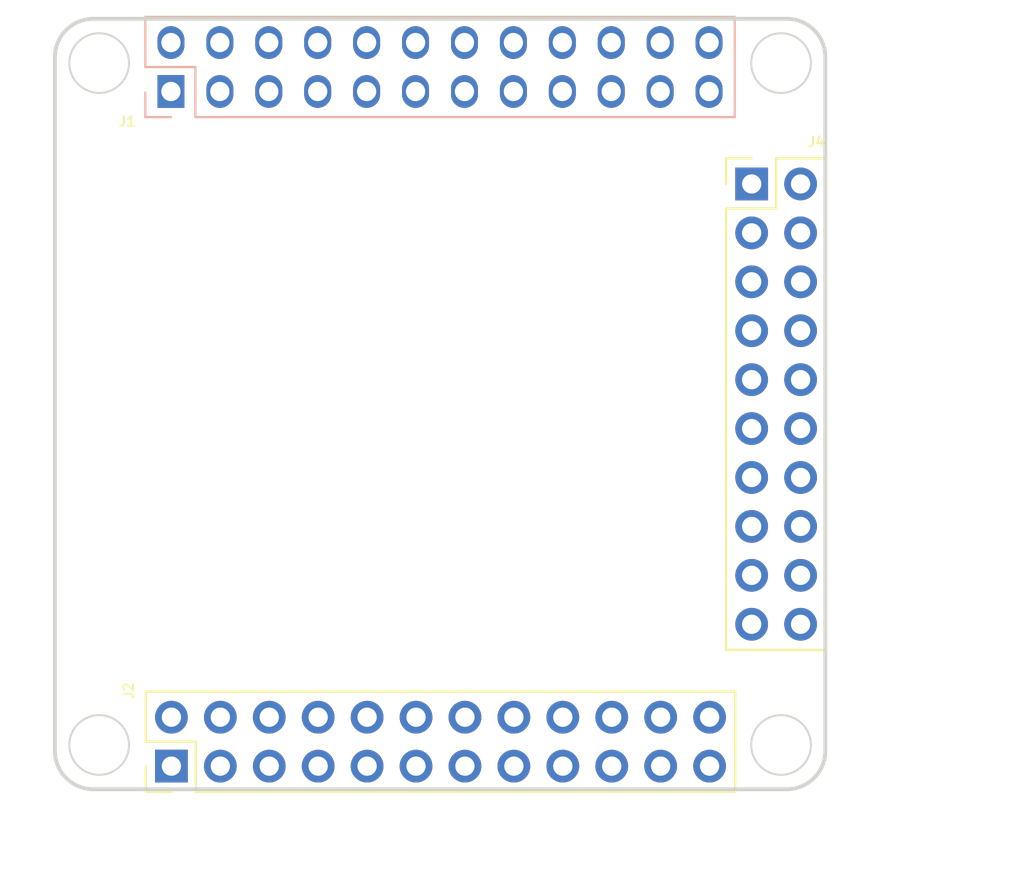
<source format=kicad_pcb>
(kicad_pcb (version 20211014) (generator pcbnew)
  (layers (0 "F.Cu" signal) (31 "B.Cu" signal) (34 "B.Paste" user) (35 "F.Paste" user) (36 "B.SilkS" user "B.Silkscreen") (37 "F.SilkS" user "F.Silkscreen") (38 "B.Mask" user) (39 "F.Mask" user) (44 "Edge.Cuts" user))
  (net 0 "")
  (net 1 "/CS0")
  (net 2 "/CLK0")
  (net 3 "/RX2")
  (net 4 "/MISO0")
  (net 5 "GND")
  (net 6 "/MOSI0")
  (net 7 "/CTS1")
  (net 8 "+3V3")
  (net 9 "/RTS1")
  (net 10 "/CTS2")
  (net 11 "/RTS2")
  (net 12 "/PA6")
  (net 13 "/TX2")
  (net 14 "/RX1")
  (net 15 "/TX1")
  (net 16 "/PG11")
  (net 17 "/SCL")
  (net 18 "+5V")
  (net 19 "/SDA")
  (net 20 "/I2S_DIN")
  (net 21 "/I2S_DOUT")
  (net 22 "/I2S_BCK")
  (net 23 "/I2S_LRCK")
  (net 24 "/PA17-SPDIF")
  (net 25 "/PL11-IR")
  (net 26 "/D2-")
  (net 27 "/D2+")
  (net 28 "/D1-")
  (net 29 "/D1+")
  (net 30 "/MP")
  (net 31 "/MN")
  (net 32 "/LR")
  (net 33 "/LL")
  (net 34 "/RX0")
  (net 35 "/TX0")
  (net 36 "/NET_SPD")
  (net 37 "/NET_LNK")
  (net 38 "/NET_TXP")
  (net 39 "/NET_TXN")
  (net 40 "/NET_RXP")
  (net 41 "/NET_RXN")
  (net 42 "/NC")
  (net 43 "/D3+")
  (net 44 "/PG7")
  (net 45 "/D3-")
  (net 46 "/SCL2")
  (net 47 "/SDA2")
  (footprint "Mounting_Holes:MountingHole_3mm" (layer "F.Cu") (at 126.3 116.7)
    (fp_text reference "H1" hide)
    (fp_text value "MountingHole")
    (pad "" np_thru_hole circle locked (at 0 0) (size 3 3) (drill 3) (layers *.Cu *.Mask))
  )
  (footprint "Mounting_Holes:MountingHole_3mm" (layer "F.Cu") (at 161.7 116.7)
    (fp_text reference "H2" hide)
    (fp_text value "MountingHole")
    (pad "" np_thru_hole circle locked (at 0 0) (size 3 3) (drill 3) (layers *.Cu *.Mask))
  )
  (footprint "Mounting_Holes:MountingHole_3mm" (layer "F.Cu") (at 161.7 81.3)
    (fp_text reference "H3" hide)
    (fp_text value "MountingHole")
    (pad "" np_thru_hole circle locked (at 0 0) (size 3 3) (drill 3) (layers *.Cu *.Mask))
  )
  (footprint "Mounting_Holes:MountingHole_3mm" (layer "F.Cu") (at 126.3 81.3)
    (fp_text reference "H4" hide)
    (fp_text value "MountingHole")
    (pad "" np_thru_hole circle locked (at 0 0) (size 3 3) (drill 3) (layers *.Cu *.Mask))
  )
  (footprint "Connector_PinHeader_2.54mm:PinHeader_2x10_P2.54mm_Vertical" (layer "F.Cu") (at 160.175 87.575)
    (fp_text reference "J4" (at 3.35 -2.175) (layer "F.SilkS") (effects (font (size 0.5 0.5) (thickness 0.1))))
    (fp_text value "Conn_02x10_Odd_Even")
    (fp_line (start 1.27 1.27) (end 1.27 -1.33) (layer "F.SilkS") (width 0.12))
    (fp_line (start -1.33 24.19) (end 3.87 24.19) (layer "F.SilkS") (width 0.12))
    (fp_line (start -1.33 1.27) (end 1.27 1.27) (layer "F.SilkS") (width 0.12))
    (fp_line (start 3.87 -1.33) (end 3.87 24.19) (layer "F.SilkS") (width 0.12))
    (fp_line (start -1.33 0) (end -1.33 -1.33) (layer "F.SilkS") (width 0.12))
    (fp_line (start -1.33 -1.33) (end 0 -1.33) (layer "F.SilkS") (width 0.12))
    (fp_line (start -1.33 1.27) (end -1.33 24.19) (layer "F.SilkS") (width 0.12))
    (fp_line (start 1.27 -1.33) (end 3.87 -1.33) (layer "F.SilkS") (width 0.12))
    (pad "1" thru_hole rect (at 0 0) (size 1.7 1.7) (drill 1) (layers *.Cu *.Mask) (net 37 "/NET_LNK"))
    (pad "2" thru_hole oval (at 2.54 0) (size 1.7 1.7) (drill 1) (layers *.Cu *.Mask) (net 36 "/NET_SPD"))
    (pad "3" thru_hole oval (at 0 2.54) (size 1.7 1.7) (drill 1) (layers *.Cu *.Mask) (net 38 "/NET_TXP"))
    (pad "4" thru_hole oval (at 2.54 2.54) (size 1.7 1.7) (drill 1) (layers *.Cu *.Mask) (net 39 "/NET_TXN"))
    (pad "5" thru_hole oval (at 0 5.08) (size 1.7 1.7) (drill 1) (layers *.Cu *.Mask) (net 40 "/NET_RXP"))
    (pad "6" thru_hole oval (at 2.54 5.08) (size 1.7 1.7) (drill 1) (layers *.Cu *.Mask) (net 41 "/NET_RXN"))
    (pad "7" thru_hole oval (at 0 7.62) (size 1.7 1.7) (drill 1) (layers *.Cu *.Mask) (net 42 "/NC"))
    (pad "8" thru_hole oval (at 2.54 7.62) (size 1.7 1.7) (drill 1) (layers *.Cu *.Mask) (net 42 "/NC"))
    (pad "9" thru_hole oval (at 0 10.16) (size 1.7 1.7) (drill 1) (layers *.Cu *.Mask) (net 42 "/NC"))
    (pad "10" thru_hole oval (at 2.54 10.16) (size 1.7 1.7) (drill 1) (layers *.Cu *.Mask) (net 42 "/NC"))
    (pad "11" thru_hole oval (at 0 12.7) (size 1.7 1.7) (drill 1) (layers *.Cu *.Mask) (net 5 "GND"))
    (pad "12" thru_hole oval (at 2.54 12.7) (size 1.7 1.7) (drill 1) (layers *.Cu *.Mask) (net 5 "GND"))
    (pad "13" thru_hole oval (at 0 15.24) (size 1.7 1.7) (drill 1) (layers *.Cu *.Mask) (net 43 "/D3+"))
    (pad "14" thru_hole oval (at 2.54 15.24) (size 1.7 1.7) (drill 1) (layers *.Cu *.Mask) (net 44 "/PG7"))
    (pad "15" thru_hole oval (at 0 17.78) (size 1.7 1.7) (drill 1) (layers *.Cu *.Mask) (net 45 "/D3-"))
    (pad "16" thru_hole oval (at 2.54 17.78) (size 1.7 1.7) (drill 1) (layers *.Cu *.Mask) (net 46 "/SCL2"))
    (pad "17" thru_hole oval (at 0 20.32) (size 1.7 1.7) (drill 1) (layers *.Cu *.Mask) (net 18 "+5V"))
    (pad "18" thru_hole oval (at 2.54 20.32) (size 1.7 1.7) (drill 1) (layers *.Cu *.Mask) (net 47 "/SDA2"))
    (pad "19" thru_hole oval (at 0 22.86) (size 1.7 1.7) (drill 1) (layers *.Cu *.Mask) (net 18 "+5V"))
    (pad "20" thru_hole oval (at 2.54 22.86) (size 1.7 1.7) (drill 1) (layers *.Cu *.Mask) (net 8 "+3V3"))
  )
  (footprint "Connector_PinHeader_2.54mm:PinHeader_2x12_P2.54mm_Vertical" (layer "F.Cu") (at 130.05 117.8 90)
    (fp_text reference "J2" (at 3.925 -2.225 90) (layer "F.SilkS") (effects (font (size 0.5 0.5) (thickness 0.1))))
    (fp_text value "GPIO")
    (fp_line (start 3.87 -1.33) (end 3.87 29.27) (layer "F.SilkS") (width 0.12))
    (fp_line (start -1.33 1.27) (end -1.33 29.27) (layer "F.SilkS") (width 0.12))
    (fp_line (start 1.27 1.27) (end 1.27 -1.33) (layer "F.SilkS") (width 0.12))
    (fp_line (start -1.33 1.27) (end 1.27 1.27) (layer "F.SilkS") (width 0.12))
    (fp_line (start -1.33 -1.33) (end 0 -1.33) (layer "F.SilkS") (width 0.12))
    (fp_line (start -1.33 0) (end -1.33 -1.33) (layer "F.SilkS") (width 0.12))
    (fp_line (start 1.27 -1.33) (end 3.87 -1.33) (layer "F.SilkS") (width 0.12))
    (fp_line (start -1.33 29.27) (end 3.87 29.27) (layer "F.SilkS") (width 0.12))
    (pad "1" thru_hole rect (at 0 0 90) (size 1.7 1.7) (drill 1) (layers *.Cu *.Mask) (net 18 "+5V"))
    (pad "2" thru_hole oval (at 2.54 0 90) (size 1.7 1.7) (drill 1) (layers *.Cu *.Mask))
    (pad "3" thru_hole oval (at 0 2.54 90) (size 1.7 1.7) (drill 1) (layers *.Cu *.Mask) (net 29 "/D1+"))
    (pad "4" thru_hole oval (at 2.54 2.54 90) (size 1.7 1.7) (drill 1) (layers *.Cu *.Mask))
    (pad "5" thru_hole oval (at 0 5.08 90) (size 1.7 1.7) (drill 1) (layers *.Cu *.Mask) (net 28 "/D1-"))
    (pad "6" thru_hole oval (at 2.54 5.08 90) (size 1.7 1.7) (drill 1) (layers *.Cu *.Mask))
    (pad "7" thru_hole oval (at 0 7.62 90) (size 1.7 1.7) (drill 1) (layers *.Cu *.Mask) (net 27 "/D2+"))
    (pad "8" thru_hole oval (at 2.54 7.62 90) (size 1.7 1.7) (drill 1) (layers *.Cu *.Mask))
    (pad "9" thru_hole oval (at 0 10.16 90) (size 1.7 1.7) (drill 1) (layers *.Cu *.Mask) (net 26 "/D2-"))
    (pad "10" thru_hole oval (at 2.54 10.16 90) (size 1.7 1.7) (drill 1) (layers *.Cu *.Mask) (net 30 "/MP"))
    (pad "11" thru_hole oval (at 0 12.7 90) (size 1.7 1.7) (drill 1) (layers *.Cu *.Mask) (net 25 "/PL11-IR"))
    (pad "12" thru_hole oval (at 2.54 12.7 90) (size 1.7 1.7) (drill 1) (layers *.Cu *.Mask) (net 31 "/MN"))
    (pad "13" thru_hole oval (at 0 15.24 90) (size 1.7 1.7) (drill 1) (layers *.Cu *.Mask) (net 24 "/PA17-SPDIF"))
    (pad "14" thru_hole oval (at 2.54 15.24 90) (size 1.7 1.7) (drill 1) (layers *.Cu *.Mask) (net 32 "/LR"))
    (pad "15" thru_hole oval (at 0 17.78 90) (size 1.7 1.7) (drill 1) (layers *.Cu *.Mask) (net 23 "/I2S_LRCK"))
    (pad "16" thru_hole oval (at 2.54 17.78 90) (size 1.7 1.7) (drill 1) (layers *.Cu *.Mask) (net 33 "/LL"))
    (pad "17" thru_hole oval (at 0 20.32 90) (size 1.7 1.7) (drill 1) (layers *.Cu *.Mask) (net 22 "/I2S_BCK"))
    (pad "18" thru_hole oval (at 2.54 20.32 90) (size 1.7 1.7) (drill 1) (layers *.Cu *.Mask) (net 34 "/RX0"))
    (pad "19" thru_hole oval (at 0 22.86 90) (size 1.7 1.7) (drill 1) (layers *.Cu *.Mask) (net 21 "/I2S_DOUT"))
    (pad "20" thru_hole oval (at 2.54 22.86 90) (size 1.7 1.7) (drill 1) (layers *.Cu *.Mask) (net 35 "/TX0"))
    (pad "21" thru_hole oval (at 0 25.4 90) (size 1.7 1.7) (drill 1) (layers *.Cu *.Mask) (net 20 "/I2S_DIN"))
    (pad "22" thru_hole oval (at 2.54 25.4 90) (size 1.7 1.7) (drill 1) (layers *.Cu *.Mask) (net 18 "+5V"))
    (pad "23" thru_hole oval (at 0 27.94 90) (size 1.7 1.7) (drill 1) (layers *.Cu *.Mask) (net 5 "GND"))
    (pad "24" thru_hole oval (at 2.54 27.94 90) (size 1.7 1.7) (drill 1) (layers *.Cu *.Mask) (net 5 "GND"))
  )
  (footprint "Socket_Strips:Socket_Strip_Straight_2x12_Pitch2.54mm" (layer "B.Cu") (at 130.025 82.775 -90)
    (fp_text reference "J1" (at 1.55 2.275 -180) (layer "F.SilkS") (effects (font (size 0.5 0.5) (thickness 0.1))))
    (fp_text value "GPIO")
    (fp_line (start 1.33 1.33) (end 0.06 1.33) (layer "B.SilkS") (width 0.12))
    (fp_line (start 1.33 0) (end 1.33 1.33) (layer "B.SilkS") (width 0.12))
    (fp_line (start -3.87 1.33) (end -1.27 1.33) (layer "B.SilkS") (width 0.12))
    (fp_line (start -1.27 1.33) (end -1.27 -1.27) (layer "B.SilkS") (width 0.12))
    (fp_line (start -3.87 -29.27) (end -3.87 1.33) (layer "B.SilkS") (width 0.12))
    (fp_line (start -1.27 -1.27) (end 1.33 -1.27) (layer "B.SilkS") (width 0.12))
    (fp_line (start 1.33 -29.27) (end -3.87 -29.27) (layer "B.SilkS") (width 0.12))
    (fp_line (start 1.33 -1.27) (end 1.33 -29.27) (layer "B.SilkS") (width 0.12))
    (pad "1" thru_hole rect locked (at 0 0 270) (size 1.7 1.4) (drill 1) (layers *.Cu *.Mask) (net 8 "+3V3"))
    (pad "2" thru_hole oval locked (at -2.54 0 270) (size 1.7 1.4) (drill 1) (layers *.Cu *.Mask) (net 18 "+5V"))
    (pad "3" thru_hole oval locked (at 0 -2.54 270) (size 1.7 1.4) (drill 1) (layers *.Cu *.Mask) (net 19 "/SDA"))
    (pad "4" thru_hole oval locked (at -2.54 -2.54 270) (size 1.7 1.4) (drill 1) (layers *.Cu *.Mask) (net 18 "+5V"))
    (pad "5" thru_hole oval locked (at 0 -5.08 270) (size 1.7 1.4) (drill 1) (layers *.Cu *.Mask) (net 17 "/SCL"))
    (pad "6" thru_hole oval locked (at -2.54 -5.08 270) (size 1.7 1.4) (drill 1) (layers *.Cu *.Mask) (net 5 "GND"))
    (pad "7" thru_hole oval locked (at 0 -7.62 270) (size 1.7 1.4) (drill 1) (layers *.Cu *.Mask) (net 16 "/PG11"))
    (pad "8" thru_hole oval locked (at -2.54 -7.62 270) (size 1.7 1.4) (drill 1) (layers *.Cu *.Mask) (net 15 "/TX1"))
    (pad "9" thru_hole oval locked (at 0 -10.16 270) (size 1.7 1.4) (drill 1) (layers *.Cu *.Mask) (net 5 "GND"))
    (pad "10" thru_hole oval locked (at -2.54 -10.16 270) (size 1.7 1.4) (drill 1) (layers *.Cu *.Mask) (net 14 "/RX1"))
    (pad "11" thru_hole oval locked (at 0 -12.7 270) (size 1.7 1.4) (drill 1) (layers *.Cu *.Mask) (net 13 "/TX2"))
    (pad "12" thru_hole oval locked (at -2.54 -12.7 270) (size 1.7 1.4) (drill 1) (layers *.Cu *.Mask) (net 12 "/PA6"))
    (pad "13" thru_hole oval locked (at 0 -15.24 270) (size 1.7 1.4) (drill 1) (layers *.Cu *.Mask) (net 11 "/RTS2"))
    (pad "14" thru_hole oval locked (at -2.54 -15.24 270) (size 1.7 1.4) (drill 1) (layers *.Cu *.Mask) (net 5 "GND"))
    (pad "15" thru_hole oval locked (at 0 -17.78 270) (size 1.7 1.4) (drill 1) (layers *.Cu *.Mask) (net 10 "/CTS2"))
    (pad "16" thru_hole oval locked (at -2.54 -17.78 270) (size 1.7 1.4) (drill 1) (layers *.Cu *.Mask) (net 9 "/RTS1"))
    (pad "17" thru_hole oval locked (at 0 -20.32 270) (size 1.7 1.4) (drill 1) (layers *.Cu *.Mask) (net 8 "+3V3"))
    (pad "18" thru_hole oval locked (at -2.54 -20.32 270) (size 1.7 1.4) (drill 1) (layers *.Cu *.Mask) (net 7 "/CTS1"))
    (pad "19" thru_hole oval locked (at 0 -22.86 270) (size 1.7 1.4) (drill 1) (layers *.Cu *.Mask) (net 6 "/MOSI0"))
    (pad "20" thru_hole oval locked (at -2.54 -22.86 270) (size 1.7 1.4) (drill 1) (layers *.Cu *.Mask) (net 5 "GND"))
    (pad "21" thru_hole oval locked (at 0 -25.4 270) (size 1.7 1.4) (drill 1) (layers *.Cu *.Mask) (net 4 "/MISO0"))
    (pad "22" thru_hole oval locked (at -2.54 -25.4 270) (size 1.7 1.4) (drill 1) (layers *.Cu *.Mask) (net 3 "/RX2"))
    (pad "23" thru_hole oval locked (at 0 -27.94 270) (size 1.7 1.4) (drill 1) (layers *.Cu *.Mask) (net 2 "/CLK0"))
    (pad "24" thru_hole oval locked (at -2.54 -27.94 270) (size 1.7 1.4) (drill 1) (layers *.Cu *.Mask) (net 1 "/CS0"))
  )
  (gr_line (start 124 117) (end 124 81) (layer "Edge.Cuts") (width 0.2))
  (gr_line (start 126 79) (end 162 79) (layer "Edge.Cuts") (width 0.2))
  (gr_circle (center 126.3 116.7) (end 127.8 116.7) (layer "Edge.Cuts") (width 0.2) (fill none))
  (gr_arc (start 126 119) (mid 124.585786 118.414214) (end 124 117) (layer "Edge.Cuts") (width 0.2))
  (gr_circle (center 126.3 81.3) (end 127.8 81.3) (layer "Edge.Cuts") (width 0.2) (fill none))
  (gr_line (start 162 119) (end 126 119) (layer "Edge.Cuts") (width 0.2))
  (gr_arc (start 124 81) (mid 124.585786 79.585786) (end 126 79) (layer "Edge.Cuts") (width 0.2))
  (gr_line (start 164 81) (end 164 117) (layer "Edge.Cuts") (width 0.2))
  (gr_circle (center 161.7 81.3) (end 163.2 81.3) (layer "Edge.Cuts") (width 0.2) (fill none))
  (gr_arc (start 162 79) (mid 163.414214 79.585786) (end 164 81) (layer "Edge.Cuts") (width 0.2))
  (gr_arc (start 164 117) (mid 163.414214 118.414214) (end 162 119) (layer "Edge.Cuts") (width 0.2))
  (gr_circle (center 161.7 116.7) (end 163.2 116.7) (layer "Edge.Cuts") (width 0.2) (fill none))
)
</source>
